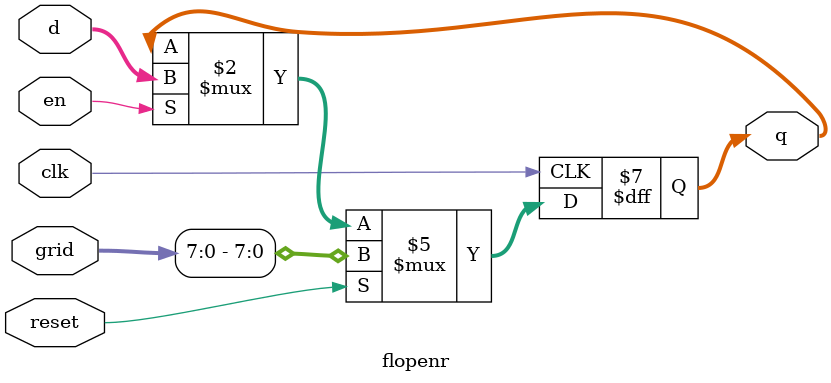
<source format=sv>
`timescale 1ns / 1ps
module flopenr #(parameter WIDTH = 8) (
  input  logic            clk, reset, en,
  input logic [255:0] grid,
  input  logic [WIDTH-1:0] d, 
  output logic [WIDTH-1:0] q);

  always_ff @(posedge clk)
    if (reset)   q <= #1 grid;
    else if (en) q <= #1 d;
endmodule


</source>
